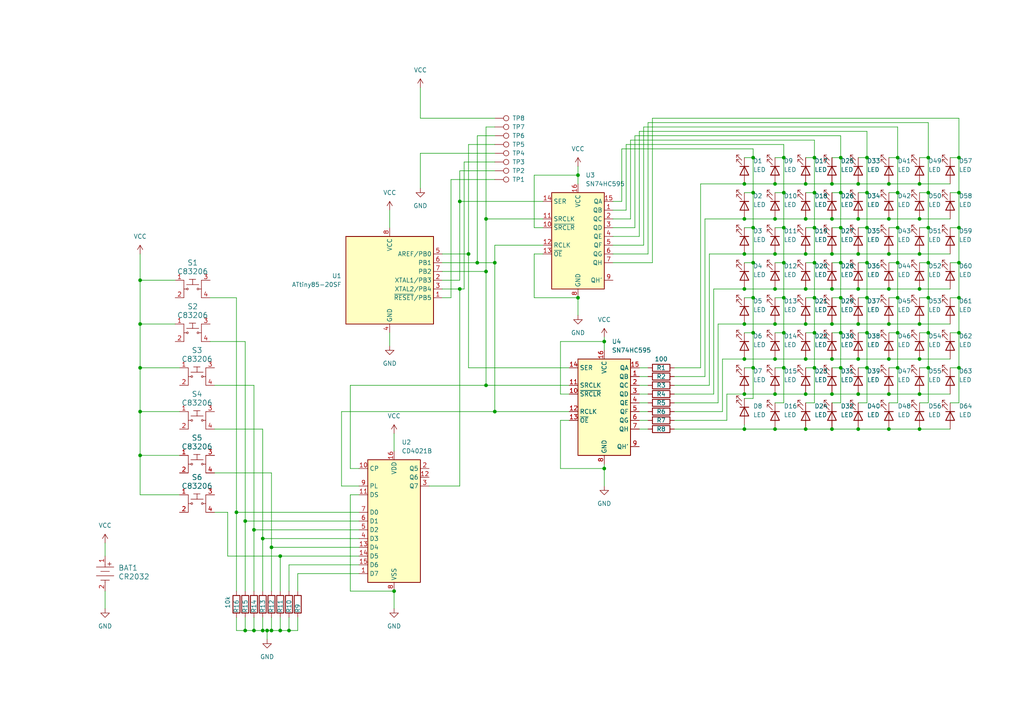
<source format=kicad_sch>
(kicad_sch (version 20250114) (generator "eeschema") (generator_version "9.0")
  (paper "A4")
  (title_block (title "Badge Prototype") (rev "005"))
  (junction (at 233.68 83.82))
  (junction (at 233.68 124.46))
  (junction (at 78.74 182.88))
  (junction (at 77.47 182.88))
  (junction (at 218.44 86.36))
  (junction (at 140.97 111.76))
  (junction (at 143.51 76.2))
  (junction (at 278.13 45.72))
  (junction (at 248.92 104.14))
  (junction (at 257.81 124.46))
  (junction (at 266.7 124.46))
  (junction (at 76.2 182.88))
  (junction (at 227.33 96.52))
  (junction (at 241.3 114.3))
  (junction (at 236.22 86.36))
  (junction (at 218.44 106.68))
  (junction (at 218.44 76.2))
  (junction (at 140.97 78.74))
  (junction (at 175.26 135.89))
  (junction (at 133.35 58.42))
  (junction (at 269.24 76.2))
  (junction (at 260.35 106.68))
  (junction (at 266.7 104.14))
  (junction (at 243.84 86.36))
  (junction (at 227.33 45.72))
  (junction (at 243.84 96.52))
  (junction (at 241.3 93.98))
  (junction (at 76.2 156.21))
  (junction (at 266.7 83.82))
  (junction (at 257.81 53.34))
  (junction (at 78.74 158.75))
  (junction (at 248.92 124.46))
  (junction (at 215.9 114.3))
  (junction (at 227.33 86.36))
  (junction (at 224.79 63.5))
  (junction (at 133.35 83.82))
  (junction (at 278.13 66.04))
  (junction (at 243.84 66.04))
  (junction (at 233.68 53.34))
  (junction (at 236.22 66.04))
  (junction (at 114.3 171.45))
  (junction (at 248.92 93.98))
  (junction (at 248.92 63.5))
  (junction (at 243.84 45.72))
  (junction (at 227.33 66.04))
  (junction (at 278.13 86.36))
  (junction (at 278.13 55.88))
  (junction (at 40.64 132.08))
  (junction (at 236.22 55.88))
  (junction (at 175.26 99.06))
  (junction (at 71.12 182.88))
  (junction (at 248.92 114.3))
  (junction (at 260.35 76.2))
  (junction (at 269.24 106.68))
  (junction (at 236.22 106.68))
  (junction (at 251.46 45.72))
  (junction (at 224.79 124.46))
  (junction (at 269.24 66.04))
  (junction (at 215.9 93.98))
  (junction (at 236.22 45.72))
  (junction (at 257.81 83.82))
  (junction (at 135.89 73.66))
  (junction (at 68.58 148.59))
  (junction (at 138.43 76.2))
  (junction (at 224.79 93.98))
  (junction (at 269.24 96.52))
  (junction (at 218.44 66.04))
  (junction (at 269.24 45.72))
  (junction (at 243.84 106.68))
  (junction (at 224.79 104.14))
  (junction (at 269.24 86.36))
  (junction (at 83.82 182.88))
  (junction (at 40.64 93.98))
  (junction (at 215.9 73.66))
  (junction (at 233.68 104.14))
  (junction (at 243.84 76.2))
  (junction (at 241.3 104.14))
  (junction (at 266.7 63.5))
  (junction (at 260.35 55.88))
  (junction (at 248.92 53.34))
  (junction (at 236.22 76.2))
  (junction (at 241.3 73.66))
  (junction (at 71.12 151.13))
  (junction (at 233.68 114.3))
  (junction (at 266.7 73.66))
  (junction (at 224.79 114.3))
  (junction (at 167.64 86.36))
  (junction (at 260.35 96.52))
  (junction (at 251.46 55.88))
  (junction (at 241.3 124.46))
  (junction (at 40.64 119.38))
  (junction (at 40.64 81.28))
  (junction (at 236.22 96.52))
  (junction (at 215.9 124.46))
  (junction (at 81.28 161.29))
  (junction (at 218.44 96.52))
  (junction (at 251.46 96.52))
  (junction (at 143.51 119.38))
  (junction (at 233.68 63.5))
  (junction (at 248.92 73.66))
  (junction (at 227.33 106.68))
  (junction (at 224.79 83.82))
  (junction (at 251.46 66.04))
  (junction (at 260.35 45.72))
  (junction (at 233.68 93.98))
  (junction (at 40.64 106.68))
  (junction (at 257.81 93.98))
  (junction (at 233.68 73.66))
  (junction (at 241.3 83.82))
  (junction (at 218.44 55.88))
  (junction (at 269.24 55.88))
  (junction (at 257.81 114.3))
  (junction (at 266.7 53.34))
  (junction (at 81.28 182.88))
  (junction (at 260.35 86.36))
  (junction (at 215.9 53.34))
  (junction (at 257.81 73.66))
  (junction (at 266.7 114.3))
  (junction (at 140.97 63.5))
  (junction (at 241.3 63.5))
  (junction (at 215.9 83.82))
  (junction (at 278.13 76.2))
  (junction (at 73.66 153.67))
  (junction (at 251.46 76.2))
  (junction (at 257.81 104.14))
  (junction (at 227.33 76.2))
  (junction (at 167.64 50.8))
  (junction (at 241.3 53.34))
  (junction (at 224.79 53.34))
  (junction (at 215.9 104.14))
  (junction (at 251.46 86.36))
  (junction (at 278.13 106.68))
  (junction (at 243.84 55.88))
  (junction (at 218.44 45.72))
  (junction (at 215.9 63.5))
  (junction (at 251.46 106.68))
  (junction (at 227.33 55.88))
  (junction (at 73.66 182.88))
  (junction (at 224.79 73.66))
  (junction (at 278.13 96.52))
  (junction (at 266.7 93.98))
  (junction (at 257.81 63.5))
  (junction (at 260.35 66.04))
  (junction (at 248.92 83.82))
  (wire (pts (xy 62.23 111.76) (xy 73.66 111.76)))
  (wire (pts (xy 241.3 55.88) (xy 243.84 55.88)))
  (wire (pts (xy 133.35 58.42) (xy 157.48 58.42)))
  (wire (pts (xy 233.68 63.5) (xy 241.3 63.5)))
  (wire (pts (xy 73.66 179.07) (xy 73.66 182.88)))
  (wire (pts (xy 157.48 71.12) (xy 143.51 71.12)))
  (wire (pts (xy 218.44 45.72) (xy 215.9 45.72)))
  (wire (pts (xy 40.64 81.28) (xy 50.8 81.28)))
  (wire (pts (xy 236.22 116.84) (xy 236.22 106.68)))
  (wire (pts (xy 227.33 86.36) (xy 227.33 76.2)))
  (wire (pts (xy 195.58 121.92) (xy 210.82 121.92)))
  (wire (pts (xy 236.22 76.2) (xy 236.22 66.04)))
  (wire (pts (xy 236.22 45.72) (xy 233.68 45.72)))
  (wire (pts (xy 138.43 76.2) (xy 143.51 76.2)))
  (wire (pts (xy 128.27 73.66) (xy 135.89 73.66)))
  (wire (pts (xy 177.8 66.04) (xy 184.15 66.04)))
  (wire (pts (xy 185.42 121.92) (xy 187.96 121.92)))
  (wire (pts (xy 224.79 93.98) (xy 233.68 93.98)))
  (wire (pts (xy 260.35 86.36) (xy 260.35 76.2)))
  (wire (pts (xy 195.58 114.3) (xy 207.01 114.3)))
  (wire (pts (xy 275.59 106.68) (xy 278.13 106.68)))
  (wire (pts (xy 133.35 83.82) (xy 128.27 83.82)))
  (wire (pts (xy 114.3 125.73) (xy 114.3 130.81)))
  (wire (pts (xy 180.34 43.18) (xy 218.44 43.18)))
  (wire (pts (xy 248.92 63.5) (xy 257.81 63.5)))
  (wire (pts (xy 143.51 71.12) (xy 143.51 76.2)))
  (wire (pts (xy 187.96 35.56) (xy 269.24 35.56)))
  (wire (pts (xy 143.51 41.91) (xy 135.89 41.91)))
  (wire (pts (xy 266.7 83.82) (xy 275.59 83.82)))
  (wire (pts (xy 260.35 36.83) (xy 260.35 45.72)))
  (wire (pts (xy 130.81 86.36) (xy 130.81 52.07)))
  (wire (pts (xy 138.43 39.37) (xy 138.43 76.2)))
  (wire (pts (xy 203.2 53.34) (xy 215.9 53.34)))
  (wire (pts (xy 78.74 158.75) (xy 78.74 171.45)))
  (wire (pts (xy 99.06 140.97) (xy 99.06 119.38)))
  (wire (pts (xy 260.35 106.68) (xy 260.35 96.52)))
  (wire (pts (xy 185.42 111.76) (xy 187.96 111.76)))
  (wire (pts (xy 224.79 55.88) (xy 227.33 55.88)))
  (wire (pts (xy 185.42 38.1) (xy 251.46 38.1)))
  (wire (pts (xy 73.66 182.88) (xy 76.2 182.88)))
  (wire (pts (xy 185.42 124.46) (xy 187.96 124.46)))
  (wire (pts (xy 260.35 96.52) (xy 260.35 86.36)))
  (wire (pts (xy 157.48 63.5) (xy 140.97 63.5)))
  (wire (pts (xy 269.24 86.36) (xy 269.24 76.2)))
  (wire (pts (xy 224.79 73.66) (xy 233.68 73.66)))
  (wire (pts (xy 76.2 156.21) (xy 76.2 171.45)))
  (wire (pts (xy 104.14 135.89) (xy 101.6 135.89)))
  (wire (pts (xy 40.64 81.28) (xy 40.64 93.98)))
  (wire (pts (xy 68.58 148.59) (xy 68.58 171.45)))
  (wire (pts (xy 189.23 34.29) (xy 278.13 34.29)))
  (wire (pts (xy 248.92 93.98) (xy 257.81 93.98)))
  (wire (pts (xy 224.79 106.68) (xy 227.33 106.68)))
  (wire (pts (xy 209.55 119.38) (xy 209.55 104.14)))
  (wire (pts (xy 101.6 111.76) (xy 140.97 111.76)))
  (wire (pts (xy 40.64 106.68) (xy 40.64 119.38)))
  (wire (pts (xy 195.58 109.22) (xy 204.47 109.22)))
  (wire (pts (xy 175.26 134.62) (xy 175.26 135.89)))
  (wire (pts (xy 121.92 34.29) (xy 121.92 25.4)))
  (wire (pts (xy 76.2 124.46) (xy 76.2 156.21)))
  (wire (pts (xy 208.28 116.84) (xy 208.28 93.98)))
  (wire (pts (xy 76.2 179.07) (xy 76.2 182.88)))
  (wire (pts (xy 77.47 182.88) (xy 77.47 185.42)))
  (wire (pts (xy 269.24 76.2) (xy 269.24 66.04)))
  (wire (pts (xy 215.9 124.46) (xy 224.79 124.46)))
  (wire (pts (xy 185.42 68.58) (xy 185.42 38.1)))
  (wire (pts (xy 181.61 41.91) (xy 227.33 41.91)))
  (wire (pts (xy 167.64 48.26) (xy 167.64 50.8)))
  (wire (pts (xy 133.35 81.28) (xy 133.35 58.42)))
  (wire (pts (xy 269.24 45.72) (xy 266.7 45.72)))
  (wire (pts (xy 243.84 106.68) (xy 243.84 96.52)))
  (wire (pts (xy 269.24 106.68) (xy 269.24 96.52)))
  (wire (pts (xy 269.24 35.56) (xy 269.24 45.72)))
  (wire (pts (xy 257.81 86.36) (xy 260.35 86.36)))
  (wire (pts (xy 275.59 76.2) (xy 278.13 76.2)))
  (wire (pts (xy 128.27 86.36) (xy 130.81 86.36)))
  (wire (pts (xy 83.82 163.83) (xy 83.82 171.45)))
  (wire (pts (xy 128.27 81.28) (xy 133.35 81.28)))
  (wire (pts (xy 101.6 143.51) (xy 101.6 171.45)))
  (wire (pts (xy 78.74 182.88) (xy 81.28 182.88)))
  (wire (pts (xy 257.81 124.46) (xy 266.7 124.46)))
  (wire (pts (xy 184.15 66.04) (xy 184.15 39.37)))
  (wire (pts (xy 251.46 55.88) (xy 251.46 45.72)))
  (wire (pts (xy 40.64 119.38) (xy 40.64 132.08)))
  (wire (pts (xy 78.74 179.07) (xy 78.74 182.88)))
  (wire (pts (xy 99.06 119.38) (xy 143.51 119.38)))
  (wire (pts (xy 104.14 140.97) (xy 99.06 140.97)))
  (wire (pts (xy 203.2 106.68) (xy 203.2 53.34)))
  (wire (pts (xy 185.42 119.38) (xy 187.96 119.38)))
  (wire (pts (xy 233.68 55.88) (xy 236.22 55.88)))
  (wire (pts (xy 140.97 111.76) (xy 165.1 111.76)))
  (wire (pts (xy 177.8 58.42) (xy 180.34 58.42)))
  (wire (pts (xy 215.9 106.68) (xy 218.44 106.68)))
  (wire (pts (xy 243.84 76.2) (xy 243.84 66.04)))
  (wire (pts (xy 205.74 111.76) (xy 205.74 73.66)))
  (wire (pts (xy 269.24 96.52) (xy 269.24 86.36)))
  (wire (pts (xy 207.01 83.82) (xy 215.9 83.82)))
  (wire (pts (xy 143.51 39.37) (xy 138.43 39.37)))
  (wire (pts (xy 140.97 63.5) (xy 140.97 78.74)))
  (wire (pts (xy 278.13 45.72) (xy 275.59 45.72)))
  (wire (pts (xy 248.92 83.82) (xy 257.81 83.82)))
  (wire (pts (xy 215.9 124.46) (xy 215.9 123.19)))
  (wire (pts (xy 143.51 49.53) (xy 133.35 49.53)))
  (wire (pts (xy 218.44 96.52) (xy 218.44 86.36)))
  (wire (pts (xy 241.3 53.34) (xy 248.92 53.34)))
  (wire (pts (xy 266.7 96.52) (xy 269.24 96.52)))
  (wire (pts (xy 278.13 34.29) (xy 278.13 45.72)))
  (wire (pts (xy 243.84 45.72) (xy 241.3 45.72)))
  (wire (pts (xy 278.13 55.88) (xy 278.13 45.72)))
  (wire (pts (xy 175.26 135.89) (xy 175.26 140.97)))
  (wire (pts (xy 241.3 83.82) (xy 248.92 83.82)))
  (wire (pts (xy 224.79 114.3) (xy 233.68 114.3)))
  (wire (pts (xy 218.44 66.04) (xy 218.44 55.88)))
  (wire (pts (xy 266.7 116.84) (xy 269.24 116.84)))
  (wire (pts (xy 81.28 161.29) (xy 81.28 171.45)))
  (wire (pts (xy 71.12 151.13) (xy 104.14 151.13)))
  (wire (pts (xy 236.22 66.04) (xy 236.22 55.88)))
  (wire (pts (xy 266.7 104.14) (xy 275.59 104.14)))
  (wire (pts (xy 257.81 104.14) (xy 266.7 104.14)))
  (wire (pts (xy 186.69 36.83) (xy 260.35 36.83)))
  (wire (pts (xy 83.82 179.07) (xy 83.82 182.88)))
  (wire (pts (xy 248.92 53.34) (xy 257.81 53.34)))
  (wire (pts (xy 257.81 83.82) (xy 266.7 83.82)))
  (wire (pts (xy 266.7 73.66) (xy 275.59 73.66)))
  (wire (pts (xy 243.84 66.04) (xy 243.84 55.88)))
  (wire (pts (xy 251.46 116.84) (xy 251.46 106.68)))
  (wire (pts (xy 241.3 63.5) (xy 248.92 63.5)))
  (wire (pts (xy 248.92 86.36) (xy 251.46 86.36)))
  (wire (pts (xy 278.13 66.04) (xy 278.13 55.88)))
  (wire (pts (xy 78.74 137.16) (xy 78.74 158.75)))
  (wire (pts (xy 215.9 66.04) (xy 218.44 66.04)))
  (wire (pts (xy 241.3 116.84) (xy 243.84 116.84)))
  (wire (pts (xy 76.2 182.88) (xy 77.47 182.88)))
  (wire (pts (xy 195.58 124.46) (xy 215.9 124.46)))
  (wire (pts (xy 30.48 157.48) (xy 30.48 161.29)))
  (wire (pts (xy 236.22 55.88) (xy 236.22 45.72)))
  (wire (pts (xy 157.48 66.04) (xy 154.94 66.04)))
  (wire (pts (xy 248.92 106.68) (xy 251.46 106.68)))
  (wire (pts (xy 233.68 53.34) (xy 241.3 53.34)))
  (wire (pts (xy 215.9 114.3) (xy 224.79 114.3)))
  (wire (pts (xy 195.58 119.38) (xy 209.55 119.38)))
  (wire (pts (xy 224.79 104.14) (xy 233.68 104.14)))
  (wire (pts (xy 71.12 151.13) (xy 71.12 171.45)))
  (wire (pts (xy 215.9 63.5) (xy 224.79 63.5)))
  (wire (pts (xy 134.62 46.99) (xy 134.62 83.82)))
  (wire (pts (xy 257.81 93.98) (xy 266.7 93.98)))
  (wire (pts (xy 251.46 76.2) (xy 251.46 66.04)))
  (wire (pts (xy 128.27 76.2) (xy 138.43 76.2)))
  (wire (pts (xy 165.1 114.3) (xy 162.56 114.3)))
  (wire (pts (xy 68.58 86.36) (xy 68.58 148.59)))
  (wire (pts (xy 215.9 76.2) (xy 218.44 76.2)))
  (wire (pts (xy 175.26 97.79) (xy 175.26 99.06)))
  (wire (pts (xy 185.42 114.3) (xy 187.96 114.3)))
  (wire (pts (xy 208.28 93.98) (xy 215.9 93.98)))
  (wire (pts (xy 76.2 156.21) (xy 104.14 156.21)))
  (wire (pts (xy 81.28 182.88) (xy 83.82 182.88)))
  (wire (pts (xy 68.58 182.88) (xy 71.12 182.88)))
  (wire (pts (xy 233.68 96.52) (xy 236.22 96.52)))
  (wire (pts (xy 266.7 106.68) (xy 269.24 106.68)))
  (wire (pts (xy 113.03 60.96) (xy 113.03 66.04)))
  (wire (pts (xy 30.48 171.45) (xy 30.48 176.53)))
  (wire (pts (xy 189.23 76.2) (xy 189.23 34.29)))
  (wire (pts (xy 224.79 86.36) (xy 227.33 86.36)))
  (wire (pts (xy 278.13 76.2) (xy 278.13 66.04)))
  (wire (pts (xy 275.59 116.84) (xy 278.13 116.84)))
  (wire (pts (xy 124.46 140.97) (xy 133.35 140.97)))
  (wire (pts (xy 233.68 86.36) (xy 236.22 86.36)))
  (wire (pts (xy 260.35 66.04) (xy 260.35 55.88)))
  (wire (pts (xy 71.12 182.88) (xy 73.66 182.88)))
  (wire (pts (xy 227.33 66.04) (xy 227.33 55.88)))
  (wire (pts (xy 73.66 153.67) (xy 73.66 171.45)))
  (wire (pts (xy 140.97 111.76) (xy 140.97 78.74)))
  (wire (pts (xy 233.68 106.68) (xy 236.22 106.68)))
  (wire (pts (xy 210.82 114.3) (xy 215.9 114.3)))
  (wire (pts (xy 121.92 44.45) (xy 121.92 54.61)))
  (wire (pts (xy 218.44 76.2) (xy 218.44 66.04)))
  (wire (pts (xy 143.51 76.2) (xy 143.51 119.38)))
  (wire (pts (xy 135.89 106.68) (xy 165.1 106.68)))
  (wire (pts (xy 130.81 52.07) (xy 143.51 52.07)))
  (wire (pts (xy 154.94 66.04) (xy 154.94 50.8)))
  (wire (pts (xy 266.7 55.88) (xy 269.24 55.88)))
  (wire (pts (xy 215.9 115.57) (xy 218.44 115.57)))
  (wire (pts (xy 260.35 55.88) (xy 260.35 45.72)))
  (wire (pts (xy 224.79 53.34) (xy 233.68 53.34)))
  (wire (pts (xy 81.28 179.07) (xy 81.28 182.88)))
  (wire (pts (xy 266.7 63.5) (xy 275.59 63.5)))
  (wire (pts (xy 185.42 106.68) (xy 187.96 106.68)))
  (wire (pts (xy 241.3 66.04) (xy 243.84 66.04)))
  (wire (pts (xy 241.3 96.52) (xy 243.84 96.52)))
  (wire (pts (xy 227.33 106.68) (xy 227.33 96.52)))
  (wire (pts (xy 269.24 66.04) (xy 269.24 55.88)))
  (wire (pts (xy 248.92 124.46) (xy 257.81 124.46)))
  (wire (pts (xy 143.51 36.83) (xy 140.97 36.83)))
  (wire (pts (xy 233.68 66.04) (xy 236.22 66.04)))
  (wire (pts (xy 66.04 161.29) (xy 81.28 161.29)))
  (wire (pts (xy 257.81 53.34) (xy 266.7 53.34)))
  (wire (pts (xy 215.9 53.34) (xy 224.79 53.34)))
  (wire (pts (xy 162.56 114.3) (xy 162.56 99.06)))
  (wire (pts (xy 243.84 96.52) (xy 243.84 86.36)))
  (wire (pts (xy 177.8 68.58) (xy 185.42 68.58)))
  (wire (pts (xy 60.96 99.06) (xy 71.12 99.06)))
  (wire (pts (xy 233.68 83.82) (xy 241.3 83.82)))
  (wire (pts (xy 182.88 40.64) (xy 236.22 40.64)))
  (wire (pts (xy 257.81 55.88) (xy 260.35 55.88)))
  (wire (pts (xy 66.04 148.59) (xy 66.04 161.29)))
  (wire (pts (xy 143.51 46.99) (xy 134.62 46.99)))
  (wire (pts (xy 162.56 99.06) (xy 175.26 99.06)))
  (wire (pts (xy 175.26 99.06) (xy 175.26 101.6)))
  (wire (pts (xy 195.58 106.68) (xy 203.2 106.68)))
  (wire (pts (xy 257.81 114.3) (xy 266.7 114.3)))
  (wire (pts (xy 233.68 116.84) (xy 236.22 116.84)))
  (wire (pts (xy 185.42 109.22) (xy 187.96 109.22)))
  (wire (pts (xy 251.46 96.52) (xy 251.46 86.36)))
  (wire (pts (xy 248.92 73.66) (xy 257.81 73.66)))
  (wire (pts (xy 180.34 58.42) (xy 180.34 43.18)))
  (wire (pts (xy 167.64 50.8) (xy 167.64 53.34)))
  (wire (pts (xy 133.35 140.97) (xy 133.35 83.82)))
  (wire (pts (xy 162.56 121.92) (xy 165.1 121.92)))
  (wire (pts (xy 278.13 106.68) (xy 278.13 96.52)))
  (wire (pts (xy 251.46 86.36) (xy 251.46 76.2)))
  (wire (pts (xy 248.92 96.52) (xy 251.46 96.52)))
  (wire (pts (xy 227.33 96.52) (xy 227.33 86.36)))
  (wire (pts (xy 248.92 104.14) (xy 257.81 104.14)))
  (wire (pts (xy 165.1 119.38) (xy 143.51 119.38)))
  (wire (pts (xy 195.58 111.76) (xy 205.74 111.76)))
  (wire (pts (xy 40.64 106.68) (xy 52.07 106.68)))
  (wire (pts (xy 257.81 96.52) (xy 260.35 96.52)))
  (wire (pts (xy 224.79 83.82) (xy 233.68 83.82)))
  (wire (pts (xy 278.13 86.36) (xy 278.13 76.2)))
  (wire (pts (xy 251.46 106.68) (xy 251.46 96.52)))
  (wire (pts (xy 236.22 40.64) (xy 236.22 45.72)))
  (wire (pts (xy 266.7 76.2) (xy 269.24 76.2)))
  (wire (pts (xy 266.7 124.46) (xy 275.59 124.46)))
  (wire (pts (xy 241.3 76.2) (xy 243.84 76.2)))
  (wire (pts (xy 181.61 60.96) (xy 181.61 41.91)))
  (wire (pts (xy 275.59 86.36) (xy 278.13 86.36)))
  (wire (pts (xy 278.13 96.52) (xy 278.13 86.36)))
  (wire (pts (xy 248.92 55.88) (xy 251.46 55.88)))
  (wire (pts (xy 266.7 93.98) (xy 275.59 93.98)))
  (wire (pts (xy 86.36 179.07) (xy 86.36 182.88)))
  (wire (pts (xy 227.33 41.91) (xy 227.33 45.72)))
  (wire (pts (xy 209.55 104.14) (xy 215.9 104.14)))
  (wire (pts (xy 128.27 78.74) (xy 140.97 78.74)))
  (wire (pts (xy 275.59 55.88) (xy 278.13 55.88)))
  (wire (pts (xy 260.35 45.72) (xy 257.81 45.72)))
  (wire (pts (xy 227.33 55.88) (xy 227.33 45.72)))
  (wire (pts (xy 251.46 45.72) (xy 248.92 45.72)))
  (wire (pts (xy 195.58 116.84) (xy 208.28 116.84)))
  (wire (pts (xy 236.22 106.68) (xy 236.22 96.52)))
  (wire (pts (xy 266.7 66.04) (xy 269.24 66.04)))
  (wire (pts (xy 113.03 96.52) (xy 113.03 100.33)))
  (wire (pts (xy 233.68 73.66) (xy 241.3 73.66)))
  (wire (pts (xy 187.96 73.66) (xy 187.96 35.56)))
  (wire (pts (xy 186.69 71.12) (xy 186.69 36.83)))
  (wire (pts (xy 62.23 148.59) (xy 66.04 148.59)))
  (wire (pts (xy 68.58 179.07) (xy 68.58 182.88)))
  (wire (pts (xy 71.12 99.06) (xy 71.12 151.13)))
  (wire (pts (xy 101.6 171.45) (xy 114.3 171.45)))
  (wire (pts (xy 215.9 96.52) (xy 218.44 96.52)))
  (wire (pts (xy 215.9 86.36) (xy 218.44 86.36)))
  (wire (pts (xy 257.81 106.68) (xy 260.35 106.68)))
  (wire (pts (xy 68.58 148.59) (xy 104.14 148.59)))
  (wire (pts (xy 224.79 76.2) (xy 227.33 76.2)))
  (wire (pts (xy 257.81 116.84) (xy 260.35 116.84)))
  (wire (pts (xy 269.24 55.88) (xy 269.24 45.72)))
  (wire (pts (xy 135.89 73.66) (xy 135.89 106.68)))
  (wire (pts (xy 275.59 96.52) (xy 278.13 96.52)))
  (wire (pts (xy 114.3 171.45) (xy 114.3 176.53)))
  (wire (pts (xy 248.92 66.04) (xy 251.46 66.04)))
  (wire (pts (xy 104.14 143.51) (xy 101.6 143.51)))
  (wire (pts (xy 81.28 161.29) (xy 104.14 161.29)))
  (wire (pts (xy 241.3 93.98) (xy 248.92 93.98)))
  (wire (pts (xy 143.51 34.29) (xy 121.92 34.29)))
  (wire (pts (xy 233.68 104.14) (xy 241.3 104.14)))
  (wire (pts (xy 227.33 76.2) (xy 227.33 66.04)))
  (wire (pts (xy 86.36 166.37) (xy 86.36 171.45)))
  (wire (pts (xy 104.14 163.83) (xy 83.82 163.83)))
  (wire (pts (xy 215.9 55.88) (xy 218.44 55.88)))
  (wire (pts (xy 104.14 166.37) (xy 86.36 166.37)))
  (wire (pts (xy 77.47 182.88) (xy 78.74 182.88)))
  (wire (pts (xy 215.9 83.82) (xy 224.79 83.82)))
  (wire (pts (xy 257.81 66.04) (xy 260.35 66.04)))
  (wire (pts (xy 40.64 93.98) (xy 40.64 106.68)))
  (wire (pts (xy 154.94 73.66) (xy 154.94 86.36)))
  (wire (pts (xy 40.64 119.38) (xy 52.07 119.38)))
  (wire (pts (xy 233.68 124.46) (xy 241.3 124.46)))
  (wire (pts (xy 241.3 73.66) (xy 248.92 73.66)))
  (wire (pts (xy 60.96 86.36) (xy 68.58 86.36)))
  (wire (pts (xy 257.81 63.5) (xy 266.7 63.5)))
  (wire (pts (xy 275.59 66.04) (xy 278.13 66.04)))
  (wire (pts (xy 266.7 53.34) (xy 275.59 53.34)))
  (wire (pts (xy 227.33 45.72) (xy 224.79 45.72)))
  (wire (pts (xy 133.35 49.53) (xy 133.35 58.42)))
  (wire (pts (xy 71.12 179.07) (xy 71.12 182.88)))
  (wire (pts (xy 243.84 116.84) (xy 243.84 106.68)))
  (wire (pts (xy 162.56 121.92) (xy 162.56 135.89)))
  (wire (pts (xy 257.81 73.66) (xy 266.7 73.66)))
  (wire (pts (xy 204.47 109.22) (xy 204.47 63.5)))
  (wire (pts (xy 224.79 66.04) (xy 227.33 66.04)))
  (wire (pts (xy 266.7 86.36) (xy 269.24 86.36)))
  (wire (pts (xy 215.9 104.14) (xy 224.79 104.14)))
  (wire (pts (xy 224.79 116.84) (xy 227.33 116.84)))
  (wire (pts (xy 260.35 116.84) (xy 260.35 106.68)))
  (wire (pts (xy 182.88 63.5) (xy 182.88 40.64)))
  (wire (pts (xy 236.22 96.52) (xy 236.22 86.36)))
  (wire (pts (xy 233.68 76.2) (xy 236.22 76.2)))
  (wire (pts (xy 73.66 153.67) (xy 104.14 153.67)))
  (wire (pts (xy 218.44 106.68) (xy 218.44 96.52)))
  (wire (pts (xy 177.8 63.5) (xy 182.88 63.5)))
  (wire (pts (xy 162.56 135.89) (xy 175.26 135.89)))
  (wire (pts (xy 210.82 121.92) (xy 210.82 114.3)))
  (wire (pts (xy 177.8 76.2) (xy 189.23 76.2)))
  (wire (pts (xy 40.64 132.08) (xy 52.07 132.08)))
  (wire (pts (xy 227.33 116.84) (xy 227.33 106.68)))
  (wire (pts (xy 248.92 116.84) (xy 251.46 116.84)))
  (wire (pts (xy 207.01 114.3) (xy 207.01 83.82)))
  (wire (pts (xy 251.46 66.04) (xy 251.46 55.88)))
  (wire (pts (xy 154.94 86.36) (xy 167.64 86.36)))
  (wire (pts (xy 224.79 96.52) (xy 227.33 96.52)))
  (wire (pts (xy 135.89 41.91) (xy 135.89 73.66)))
  (wire (pts (xy 140.97 36.83) (xy 140.97 63.5)))
  (wire (pts (xy 154.94 50.8) (xy 167.64 50.8)))
  (wire (pts (xy 241.3 104.14) (xy 248.92 104.14)))
  (wire (pts (xy 251.46 38.1) (xy 251.46 45.72)))
  (wire (pts (xy 243.84 39.37) (xy 243.84 45.72)))
  (wire (pts (xy 218.44 55.88) (xy 218.44 45.72)))
  (wire (pts (xy 257.81 76.2) (xy 260.35 76.2)))
  (wire (pts (xy 241.3 106.68) (xy 243.84 106.68)))
  (wire (pts (xy 218.44 43.18) (xy 218.44 45.72)))
  (wire (pts (xy 278.13 116.84) (xy 278.13 106.68)))
  (wire (pts (xy 62.23 137.16) (xy 78.74 137.16)))
  (wire (pts (xy 233.68 114.3) (xy 241.3 114.3)))
  (wire (pts (xy 154.94 73.66) (xy 157.48 73.66)))
  (wire (pts (xy 83.82 182.88) (xy 86.36 182.88)))
  (wire (pts (xy 218.44 86.36) (xy 218.44 76.2)))
  (wire (pts (xy 133.35 83.82) (xy 134.62 83.82)))
  (wire (pts (xy 167.64 86.36) (xy 167.64 91.44)))
  (wire (pts (xy 40.64 73.66) (xy 40.64 81.28)))
  (wire (pts (xy 205.74 73.66) (xy 215.9 73.66)))
  (wire (pts (xy 241.3 114.3) (xy 248.92 114.3)))
  (wire (pts (xy 73.66 111.76) (xy 73.66 153.67)))
  (wire (pts (xy 40.64 132.08) (xy 40.64 143.51)))
  (wire (pts (xy 260.35 76.2) (xy 260.35 66.04)))
  (wire (pts (xy 177.8 71.12) (xy 186.69 71.12)))
  (wire (pts (xy 218.44 115.57) (xy 218.44 106.68)))
  (wire (pts (xy 266.7 114.3) (xy 275.59 114.3)))
  (wire (pts (xy 215.9 93.98) (xy 224.79 93.98)))
  (wire (pts (xy 184.15 39.37) (xy 243.84 39.37)))
  (wire (pts (xy 185.42 116.84) (xy 187.96 116.84)))
  (wire (pts (xy 241.3 124.46) (xy 248.92 124.46)))
  (wire (pts (xy 248.92 76.2) (xy 251.46 76.2)))
  (wire (pts (xy 243.84 55.88) (xy 243.84 45.72)))
  (wire (pts (xy 243.84 86.36) (xy 243.84 76.2)))
  (wire (pts (xy 78.74 158.75) (xy 104.14 158.75)))
  (wire (pts (xy 233.68 93.98) (xy 241.3 93.98)))
  (wire (pts (xy 40.64 93.98) (xy 50.8 93.98)))
  (wire (pts (xy 215.9 73.66) (xy 224.79 73.66)))
  (wire (pts (xy 236.22 86.36) (xy 236.22 76.2)))
  (wire (pts (xy 241.3 86.36) (xy 243.84 86.36)))
  (wire (pts (xy 177.8 73.66) (xy 187.96 73.66)))
  (wire (pts (xy 101.6 135.89) (xy 101.6 111.76)))
  (wire (pts (xy 224.79 63.5) (xy 233.68 63.5)))
  (wire (pts (xy 62.23 124.46) (xy 76.2 124.46)))
  (wire (pts (xy 204.47 63.5) (xy 215.9 63.5)))
  (wire (pts (xy 248.92 114.3) (xy 257.81 114.3)))
  (wire (pts (xy 143.51 44.45) (xy 121.92 44.45)))
  (wire (pts (xy 40.64 143.51) (xy 52.07 143.51)))
  (wire (pts (xy 177.8 60.96) (xy 181.61 60.96)))
  (wire (pts (xy 269.24 116.84) (xy 269.24 106.68)))
  (wire (pts (xy 224.79 124.46) (xy 233.68 124.46)))
  (symbol (lib_id "Device:LED") (at 233.68 80.01 270) (unit 1)
    (property "Reference" "D20" (at 236.22 77.1524 90) (effects (justify left)))
    (property "Value" "LED" (at 236.22 79.6924 90) (effects (justify left)))
    (property "Footprint" "LED_SMD:LED_1206_3216Metric_Pad1.42x1.75mm_HandSolder" (effects (hide yes)))
    (property "Description" "Light emitting diode" (effects (hide yes)))
  )
  (symbol (lib_id "Device:LED") (at 266.7 59.69 270) (unit 1)
    (property "Reference" "D50" (at 269.24 56.8324 90) (effects (justify left)))
    (property "Value" "LED" (at 269.24 59.3724 90) (effects (justify left)))
    (property "Footprint" "LED_SMD:LED_1206_3216Metric_Pad1.42x1.75mm_HandSolder" (effects (hide yes)))
    (property "Description" "Light emitting diode" (effects (hide yes)))
  )
  (symbol (lib_id "Device:LED") (at 241.3 120.65 270) (unit 1)
    (property "Reference" "D32" (at 243.84 117.7924 90) (effects (justify left)))
    (property "Value" "LED" (at 243.84 120.3324 90) (effects (justify left)))
    (property "Footprint" "LED_SMD:LED_1206_3216Metric_Pad1.42x1.75mm_HandSolder" (effects (hide yes)))
    (property "Description" "Light emitting diode" (effects (hide yes)))
  )
  (symbol (lib_id "Device:LED") (at 275.59 110.49 270) (unit 1)
    (property "Reference" "D63" (at 278.13 107.6324 90) (effects (justify left)))
    (property "Value" "LED" (at 278.13 110.1724 90) (effects (justify left)))
    (property "Footprint" "LED_SMD:LED_1206_3216Metric_Pad1.42x1.75mm_HandSolder" (effects (hide yes)))
    (property "Description" "Light emitting diode" (effects (hide yes)))
  )
  (symbol (lib_id "Connector:TestPoint") (at 143.51 49.53 270) (unit 1)
    (property "Reference" "TP2" (at 148.59 49.53 90) (effects (justify left)))
    (property "Value" "TestPoint" (effects (hide yes)))
    (property "Footprint" "TestPoint:TestPoint_THTPad_D1.5mm_Drill0.7mm" (effects (hide yes)))
  )
  (symbol (lib_id "Device:LED") (at 248.92 49.53 270) (unit 1)
    (property "Reference" "D33" (at 251.46 46.6724 90) (effects (justify left)))
    (property "Value" "LED" (at 251.46 49.2124 90) (effects (justify left)))
    (property "Footprint" "LED_SMD:LED_1206_3216Metric_Pad1.42x1.75mm_HandSolder" (effects (hide yes)))
    (property "Description" "Light emitting diode" (effects (hide yes)))
  )
  (symbol (lib_id "dk_Tactile-Switches:TL3315NF160Q") (at 57.15 121.92 0) (unit 1)
    (property "Reference" "S4" (at 57.15 114.3 0) (effects (font (size 1.524 1.524))))
    (property "Value" "C83206" (at 57.15 116.84 0) (effects (font (size 1.524 1.524))))
    (property "Footprint" "Badge-Library:C83206" (effects (hide yes)))
    (property "Datasheet" "https://jlcpcb.com/api/file/downloadByFileSystemAccessId/8588893584246784000" (effects (hide yes)))
    (property "Description" "SWITCH TACTILE SPST-NO 0.05A 15V" (effects (hide yes)))
    (property "Digi-Key_PN" "EG4621CT-ND" (effects (hide yes)))
    (property "MPN" "TL3315NF160Q" (effects (hide yes)))
    (property "Category" "Switches" (effects (hide yes)))
    (property "Family" "Tactile Switches" (effects (hide yes)))
    (property "DK_Datasheet_Link" "http://spec_sheets.e-switch.com/specs/P010337.pdf" (effects (hide yes)))
    (property "DK_Detail_Page" "/product-detail/en/e-switch/TL3315NF160Q/EG4621CT-ND/1870401" (effects (hide yes)))
    (property "Manufacturer" "E-Switch" (effects (hide yes)))
    (property "Status" "Active" (effects (hide yes)))
  )
  (symbol (lib_id "Device:LED") (at 275.59 49.53 270) (unit 1)
    (property "Reference" "D57" (at 278.13 46.6724 90) (effects (justify left)))
    (property "Value" "LED" (at 278.13 49.2124 90) (effects (justify left)))
    (property "Footprint" "LED_SMD:LED_1206_3216Metric_Pad1.42x1.75mm_HandSolder" (effects (hide yes)))
    (property "Description" "Light emitting diode" (effects (hide yes)))
  )
  (symbol (lib_id "Device:LED") (at 241.3 59.69 270) (unit 1)
    (property "Reference" "D26" (at 243.84 56.8324 90) (effects (justify left)))
    (property "Value" "LED" (at 243.84 59.3724 90) (effects (justify left)))
    (property "Footprint" "LED_SMD:LED_1206_3216Metric_Pad1.42x1.75mm_HandSolder" (effects (hide yes)))
    (property "Description" "Light emitting diode" (effects (hide yes)))
  )
  (symbol (lib_id "Device:LED") (at 248.92 110.49 270) (unit 1)
    (property "Reference" "D39" (at 251.46 107.6324 90) (effects (justify left)))
    (property "Value" "LED" (at 251.46 110.1724 90) (effects (justify left)))
    (property "Footprint" "LED_SMD:LED_1206_3216Metric_Pad1.42x1.75mm_HandSolder" (effects (hide yes)))
    (property "Description" "Light emitting diode" (effects (hide yes)))
  )
  (symbol (lib_id "Device:R") (at 191.77 106.68 90) (unit 1)
    (property "Reference" "R1" (at 191.77 106.68 90))
    (property "Value" "100" (at 191.77 104.14 90))
    (property "Footprint" "PCM_JLCPCB:R_0805" (effects (hide yes)))
  )
  (symbol (lib_id "Device:LED") (at 275.59 120.65 270) (unit 1)
    (property "Reference" "D64" (at 278.13 117.7924 90) (effects (justify left)))
    (property "Value" "LED" (at 278.13 120.3324 90) (effects (justify left)))
    (property "Footprint" "LED_SMD:LED_1206_3216Metric_Pad1.42x1.75mm_HandSolder" (effects (hide yes)))
    (property "Description" "Light emitting diode" (effects (hide yes)))
  )
  (symbol (lib_id "Device:LED") (at 266.7 69.85 270) (unit 1)
    (property "Reference" "D51" (at 269.24 66.9924 90) (effects (justify left)))
    (property "Value" "LED" (at 269.24 69.5324 90) (effects (justify left)))
    (property "Footprint" "LED_SMD:LED_1206_3216Metric_Pad1.42x1.75mm_HandSolder" (effects (hide yes)))
    (property "Description" "Light emitting diode" (effects (hide yes)))
  )
  (symbol (lib_id "power:VCC") (at 167.64 48.26 0) (unit 1)
    (property "Reference" "#PWR05" (effects (hide yes)))
    (property "Value" "VCC" (at 167.64 43.18 0))
  )
  (symbol (lib_id "Device:LED") (at 224.79 80.01 270) (unit 1)
    (property "Reference" "D12" (at 227.33 77.1524 90) (effects (justify left)))
    (property "Value" "LED" (at 227.33 79.6924 90) (effects (justify left)))
    (property "Footprint" "LED_SMD:LED_1206_3216Metric_Pad1.42x1.75mm_HandSolder" (effects (hide yes)))
    (property "Description" "Light emitting diode" (effects (hide yes)))
  )
  (symbol (lib_id "Device:LED") (at 248.92 100.33 270) (unit 1)
    (property "Reference" "D38" (at 251.46 97.4724 90) (effects (justify left)))
    (property "Value" "LED" (at 251.46 100.0124 90) (effects (justify left)))
    (property "Footprint" "LED_SMD:LED_1206_3216Metric_Pad1.42x1.75mm_HandSolder" (effects (hide yes)))
    (property "Description" "Light emitting diode" (effects (hide yes)))
  )
  (symbol (lib_id "Device:LED") (at 215.9 69.85 270) (unit 1)
    (property "Reference" "D3" (at 218.44 66.9924 90) (effects (justify left)))
    (property "Value" "LED" (at 218.44 69.5324 90) (effects (justify left)))
    (property "Footprint" "LED_SMD:LED_1206_3216Metric_Pad1.42x1.75mm_HandSolder" (effects (hide yes)))
    (property "Description" "Light emitting diode" (effects (hide yes)))
  )
  (symbol (lib_id "Device:LED") (at 215.9 59.69 270) (unit 1)
    (property "Reference" "D2" (at 218.44 56.8324 90) (effects (justify left)))
    (property "Value" "LED" (at 218.44 59.3724 90) (effects (justify left)))
    (property "Footprint" "LED_SMD:LED_1206_3216Metric_Pad1.42x1.75mm_HandSolder" (effects (hide yes)))
    (property "Description" "Light emitting diode" (effects (hide yes)))
  )
  (symbol (lib_id "Device:LED") (at 275.59 69.85 270) (unit 1)
    (property "Reference" "D59" (at 278.13 66.9924 90) (effects (justify left)))
    (property "Value" "LED" (at 278.13 69.5324 90) (effects (justify left)))
    (property "Footprint" "LED_SMD:LED_1206_3216Metric_Pad1.42x1.75mm_HandSolder" (effects (hide yes)))
    (property "Description" "Light emitting diode" (effects (hide yes)))
  )
  (symbol (lib_id "Connector:TestPoint") (at 143.51 52.07 270) (unit 1)
    (property "Reference" "TP1" (at 148.59 52.07 90) (effects (justify left)))
    (property "Value" "TestPoint" (effects (hide yes)))
    (property "Footprint" "TestPoint:TestPoint_THTPad_D1.5mm_Drill0.7mm" (effects (hide yes)))
  )
  (symbol (lib_id "Device:R") (at 81.28 175.26 0) (unit 1)
    (property "Reference" "R11" (at 81.28 177.8 90) (effects (justify left)))
    (property "Value" "10k" (effects (hide yes)))
    (property "Footprint" "PCM_JLCPCB:R_0805" (effects (hide yes)))
  )
  (symbol (lib_id "Device:R") (at 191.77 114.3 90) (unit 1)
    (property "Reference" "R4" (at 191.77 114.3 90))
    (property "Value" "100" (effects (hide yes)))
    (property "Footprint" "PCM_JLCPCB:R_0805" (effects (hide yes)))
  )
  (symbol (lib_id "power:GND") (at 167.64 91.44 0) (unit 1)
    (property "Reference" "#PWR09" (effects (hide yes)))
    (property "Value" "GND" (at 167.64 96.52 0))
  )
  (symbol (lib_id "Device:LED") (at 241.3 100.33 270) (unit 1)
    (property "Reference" "D30" (at 243.84 97.4724 90) (effects (justify left)))
    (property "Value" "LED" (at 243.84 100.0124 90) (effects (justify left)))
    (property "Footprint" "LED_SMD:LED_1206_3216Metric_Pad1.42x1.75mm_HandSolder" (effects (hide yes)))
    (property "Description" "Light emitting diode" (effects (hide yes)))
  )
  (symbol (lib_id "power:VCC") (at 113.03 60.96 0) (unit 1)
    (property "Reference" "#PWR03" (effects (hide yes)))
    (property "Value" "VCC" (at 113.03 55.88 0))
  )
  (symbol (lib_id "Device:LED") (at 266.7 120.65 270) (unit 1)
    (property "Reference" "D56" (at 269.24 117.7924 90) (effects (justify left)))
    (property "Value" "LED" (at 269.24 120.3324 90) (effects (justify left)))
    (property "Footprint" "LED_SMD:LED_1206_3216Metric_Pad1.42x1.75mm_HandSolder" (effects (hide yes)))
    (property "Description" "Light emitting diode" (effects (hide yes)))
  )
  (symbol (lib_id "Device:LED") (at 233.68 120.65 270) (unit 1)
    (property "Reference" "D24" (at 236.22 117.7924 90) (effects (justify left)))
    (property "Value" "LED" (at 236.22 120.3324 90) (effects (justify left)))
    (property "Footprint" "LED_SMD:LED_1206_3216Metric_Pad1.42x1.75mm_HandSolder" (effects (hide yes)))
    (property "Description" "Light emitting diode" (effects (hide yes)))
  )
  (symbol (lib_id "power:GND") (at 114.3 176.53 0) (unit 1)
    (property "Reference" "#PWR01" (effects (hide yes)))
    (property "Value" "GND" (at 114.3 181.61 0))
  )
  (symbol (lib_id "power:VCC") (at 114.3 125.73 0) (unit 1)
    (property "Reference" "#PWR011" (effects (hide yes)))
    (property "Value" "VCC" (at 114.3 120.65 0))
  )
  (symbol (lib_id "Device:LED") (at 233.68 59.69 270) (unit 1)
    (property "Reference" "D18" (at 236.22 56.8324 90) (effects (justify left)))
    (property "Value" "LED" (at 236.22 59.3724 90) (effects (justify left)))
    (property "Footprint" "LED_SMD:LED_1206_3216Metric_Pad1.42x1.75mm_HandSolder" (effects (hide yes)))
    (property "Description" "Light emitting diode" (effects (hide yes)))
  )
  (symbol (lib_id "Device:LED") (at 248.92 90.17 270) (unit 1)
    (property "Reference" "D37" (at 251.46 87.3124 90) (effects (justify left)))
    (property "Value" "LED" (at 251.46 89.8524 90) (effects (justify left)))
    (property "Footprint" "LED_SMD:LED_1206_3216Metric_Pad1.42x1.75mm_HandSolder" (effects (hide yes)))
    (property "Description" "Light emitting diode" (effects (hide yes)))
  )
  (symbol (lib_id "Device:LED") (at 275.59 90.17 270) (unit 1)
    (property "Reference" "D61" (at 278.13 87.3124 90) (effects (justify left)))
    (property "Value" "LED" (at 278.13 89.8524 90) (effects (justify left)))
    (property "Footprint" "LED_SMD:LED_1206_3216Metric_Pad1.42x1.75mm_HandSolder" (effects (hide yes)))
    (property "Description" "Light emitting diode" (effects (hide yes)))
  )
  (symbol (lib_id "power:VCC") (at 175.26 97.79 0) (unit 1)
    (property "Reference" "#PWR06" (effects (hide yes)))
    (property "Value" "VCC" (at 175.26 92.71 0))
  )
  (symbol (lib_id "Device:LED") (at 224.79 59.69 270) (unit 1)
    (property "Reference" "D10" (at 227.33 56.8324 90) (effects (justify left)))
    (property "Value" "LED" (at 227.33 59.3724 90) (effects (justify left)))
    (property "Footprint" "LED_SMD:LED_1206_3216Metric_Pad1.42x1.75mm_HandSolder" (effects (hide yes)))
    (property "Description" "Light emitting diode" (effects (hide yes)))
  )
  (symbol (lib_id "Device:LED") (at 266.7 80.01 270) (unit 1)
    (property "Reference" "D52" (at 269.24 77.1524 90) (effects (justify left)))
    (property "Value" "LED" (at 269.24 79.6924 90) (effects (justify left)))
    (property "Footprint" "LED_SMD:LED_1206_3216Metric_Pad1.42x1.75mm_HandSolder" (effects (hide yes)))
    (property "Description" "Light emitting diode" (effects (hide yes)))
  )
  (symbol (lib_id "Device:LED") (at 257.81 120.65 270) (unit 1)
    (property "Reference" "D48" (at 260.35 117.7924 90) (effects (justify left)))
    (property "Value" "LED" (at 260.35 120.3324 90) (effects (justify left)))
    (property "Footprint" "LED_SMD:LED_1206_3216Metric_Pad1.42x1.75mm_HandSolder" (effects (hide yes)))
    (property "Description" "Light emitting diode" (effects (hide yes)))
  )
  (symbol (lib_id "Device:LED") (at 224.79 110.49 270) (unit 1)
    (property "Reference" "D15" (at 227.33 107.6324 90) (effects (justify left)))
    (property "Value" "LED" (at 227.33 110.1724 90) (effects (justify left)))
    (property "Footprint" "LED_SMD:LED_1206_3216Metric_Pad1.42x1.75mm_HandSolder" (effects (hide yes)))
    (property "Description" "Light emitting diode" (effects (hide yes)))
  )
  (symbol (lib_id "power:VCC") (at 121.92 25.4 0) (unit 1)
    (property "Reference" "#PWR014" (effects (hide yes)))
    (property "Value" "VCC" (at 121.92 20.32 0))
  )
  (symbol (lib_id "Device:R") (at 191.77 109.22 90) (unit 1)
    (property "Reference" "R2" (at 191.77 109.22 90))
    (property "Value" "100" (effects (hide yes)))
    (property "Footprint" "PCM_JLCPCB:R_0805" (effects (hide yes)))
  )
  (symbol (lib_id "dk_Tactile-Switches:TL3315NF160Q") (at 57.15 109.22 0) (unit 1)
    (property "Reference" "S3" (at 57.15 101.6 0) (effects (font (size 1.524 1.524))))
    (property "Value" "C83206" (at 57.15 104.14 0) (effects (font (size 1.524 1.524))))
    (property "Footprint" "Badge-Library:C83206" (effects (hide yes)))
    (property "Datasheet" "https://jlcpcb.com/api/file/downloadByFileSystemAccessId/8588893584246784000" (effects (hide yes)))
    (property "Description" "SWITCH TACTILE SPST-NO 0.05A 15V" (effects (hide yes)))
    (property "Digi-Key_PN" "EG4621CT-ND" (effects (hide yes)))
    (property "MPN" "TL3315NF160Q" (effects (hide yes)))
    (property "Category" "Switches" (effects (hide yes)))
    (property "Family" "Tactile Switches" (effects (hide yes)))
    (property "DK_Datasheet_Link" "http://spec_sheets.e-switch.com/specs/P010337.pdf" (effects (hide yes)))
    (property "DK_Detail_Page" "/product-detail/en/e-switch/TL3315NF160Q/EG4621CT-ND/1870401" (effects (hide yes)))
    (property "Manufacturer" "E-Switch" (effects (hide yes)))
    (property "Status" "Active" (effects (hide yes)))
  )
  (symbol (lib_id "Device:LED") (at 257.81 100.33 270) (unit 1)
    (property "Reference" "D46" (at 260.35 97.4724 90) (effects (justify left)))
    (property "Value" "LED" (at 260.35 100.0124 90) (effects (justify left)))
    (property "Footprint" "LED_SMD:LED_1206_3216Metric_Pad1.42x1.75mm_HandSolder" (effects (hide yes)))
    (property "Description" "Light emitting diode" (effects (hide yes)))
  )
  (symbol (lib_id "Device:R") (at 86.36 175.26 0) (unit 1)
    (property "Reference" "R9" (at 86.36 177.8 90) (effects (justify left)))
    (property "Value" "10k" (effects (hide yes)))
    (property "Footprint" "PCM_JLCPCB:R_0805" (effects (hide yes)))
  )
  (symbol (lib_id "Device:LED") (at 257.81 49.53 270) (unit 1)
    (property "Reference" "D41" (at 260.35 46.6724 90) (effects (justify left)))
    (property "Value" "LED" (at 260.35 49.2124 90) (effects (justify left)))
    (property "Footprint" "LED_SMD:LED_1206_3216Metric_Pad1.42x1.75mm_HandSolder" (effects (hide yes)))
    (property "Description" "Light emitting diode" (effects (hide yes)))
  )
  (symbol (lib_id "Device:LED") (at 224.79 69.85 270) (unit 1)
    (property "Reference" "D11" (at 227.33 66.9924 90) (effects (justify left)))
    (property "Value" "LED" (at 227.33 69.5324 90) (effects (justify left)))
    (property "Footprint" "LED_SMD:LED_1206_3216Metric_Pad1.42x1.75mm_HandSolder" (effects (hide yes)))
    (property "Description" "Light emitting diode" (effects (hide yes)))
  )
  (symbol (lib_id "power:VCC") (at 30.48 157.48 0) (unit 1)
    (property "Reference" "#PWR02" (effects (hide yes)))
    (property "Value" "VCC" (at 30.48 152.4 0))
  )
  (symbol (lib_id "dk_Tactile-Switches:TL3315NF160Q") (at 55.88 96.52 0) (unit 1)
    (property "Reference" "S2" (at 55.88 88.9 0) (effects (font (size 1.524 1.524))))
    (property "Value" "C83206" (at 55.88 91.44 0) (effects (font (size 1.524 1.524))))
    (property "Footprint" "Badge-Library:C83206" (effects (hide yes)))
    (property "Datasheet" "https://jlcpcb.com/api/file/downloadByFileSystemAccessId/8588893584246784000" (effects (hide yes)))
    (property "Description" "SWITCH TACTILE SPST-NO 0.05A 15V" (effects (hide yes)))
    (property "Digi-Key_PN" "EG4621CT-ND" (effects (hide yes)))
    (property "MPN" "TL3315NF160Q" (effects (hide yes)))
    (property "Category" "Switches" (effects (hide yes)))
    (property "Family" "Tactile Switches" (effects (hide yes)))
    (property "DK_Datasheet_Link" "http://spec_sheets.e-switch.com/specs/P010337.pdf" (effects (hide yes)))
    (property "DK_Detail_Page" "/product-detail/en/e-switch/TL3315NF160Q/EG4621CT-ND/1870401" (effects (hide yes)))
    (property "Manufacturer" "E-Switch" (effects (hide yes)))
    (property "Status" "Active" (effects (hide yes)))
  )
  (symbol (lib_id "Device:R") (at 73.66 175.26 0) (unit 1)
    (property "Reference" "R14" (at 73.66 177.8 90) (effects (justify left)))
    (property "Value" "10k" (effects (hide yes)))
    (property "Footprint" "PCM_JLCPCB:R_0805" (effects (hide yes)))
  )
  (symbol (lib_id "Connector:TestPoint") (at 143.51 41.91 270) (unit 1)
    (property "Reference" "TP5" (at 148.59 41.91 90) (effects (justify left)))
    (property "Value" "TestPoint" (effects (hide yes)))
    (property "Footprint" "TestPoint:TestPoint_THTPad_D1.5mm_Drill0.7mm" (effects (hide yes)))
  )
  (symbol (lib_id "Device:LED") (at 215.9 119.38 270) (unit 1)
    (property "Reference" "D8" (at 218.44 117.7924 90) (effects (justify left)))
    (property "Value" "LED" (at 218.44 120.3324 90) (effects (justify left)))
    (property "Footprint" "LED_SMD:LED_1206_3216Metric_Pad1.42x1.75mm_HandSolder" (effects (hide yes)))
    (property "Description" "Light emitting diode" (effects (hide yes)))
  )
  (symbol (lib_id "Device:R") (at 68.58 175.26 0) (unit 1)
    (property "Reference" "R16" (at 68.58 177.8 90) (effects (justify left)))
    (property "Value" "10k" (at 66.04 176.53 90) (effects (justify left)))
    (property "Footprint" "PCM_JLCPCB:R_0805" (effects (hide yes)))
  )
  (symbol (lib_id "Device:LED") (at 215.9 110.49 270) (unit 1)
    (property "Reference" "D7" (at 218.44 107.6324 90) (effects (justify left)))
    (property "Value" "LED" (at 218.44 110.1724 90) (effects (justify left)))
    (property "Footprint" "LED_SMD:LED_1206_3216Metric_Pad1.42x1.75mm_HandSolder" (effects (hide yes)))
    (property "Description" "Light emitting diode" (effects (hide yes)))
  )
  (symbol (lib_id "Device:LED") (at 224.79 100.33 270) (unit 1)
    (property "Reference" "D14" (at 227.33 97.4724 90) (effects (justify left)))
    (property "Value" "LED" (at 227.33 100.0124 90) (effects (justify left)))
    (property "Footprint" "LED_SMD:LED_1206_3216Metric_Pad1.42x1.75mm_HandSolder" (effects (hide yes)))
    (property "Description" "Light emitting diode" (effects (hide yes)))
  )
  (symbol (lib_id "dk_Tactile-Switches:TL3315NF160Q") (at 57.15 146.05 0) (unit 1)
    (property "Reference" "S6" (at 57.15 138.43 0) (effects (font (size 1.524 1.524))))
    (property "Value" "C83206" (at 57.15 140.97 0) (effects (font (size 1.524 1.524))))
    (property "Footprint" "Badge-Library:C83206" (effects (hide yes)))
    (property "Datasheet" "https://jlcpcb.com/api/file/downloadByFileSystemAccessId/8588893584246784000" (effects (hide yes)))
    (property "Description" "SWITCH TACTILE SPST-NO 0.05A 15V" (effects (hide yes)))
    (property "Digi-Key_PN" "EG4621CT-ND" (effects (hide yes)))
    (property "MPN" "TL3315NF160Q" (effects (hide yes)))
    (property "Category" "Switches" (effects (hide yes)))
    (property "Family" "Tactile Switches" (effects (hide yes)))
    (property "DK_Datasheet_Link" "http://spec_sheets.e-switch.com/specs/P010337.pdf" (effects (hide yes)))
    (property "DK_Detail_Page" "/product-detail/en/e-switch/TL3315NF160Q/EG4621CT-ND/1870401" (effects (hide yes)))
    (property "Manufacturer" "E-Switch" (effects (hide yes)))
    (property "Status" "Active" (effects (hide yes)))
  )
  (symbol (lib_id "Device:R") (at 76.2 175.26 0) (unit 1)
    (property "Reference" "R13" (at 76.2 177.8 90) (effects (justify left)))
    (property "Value" "10k" (effects (hide yes)))
    (property "Footprint" "PCM_JLCPCB:R_0805" (effects (hide yes)))
  )
  (symbol (lib_id "Device:LED") (at 266.7 90.17 270) (unit 1)
    (property "Reference" "D53" (at 269.24 87.3124 90) (effects (justify left)))
    (property "Value" "LED" (at 269.24 89.8524 90) (effects (justify left)))
    (property "Footprint" "LED_SMD:LED_1206_3216Metric_Pad1.42x1.75mm_HandSolder" (effects (hide yes)))
    (property "Description" "Light emitting diode" (effects (hide yes)))
  )
  (symbol (lib_id "Device:LED") (at 224.79 49.53 270) (unit 1)
    (property "Reference" "D9" (at 227.33 46.6724 90) (effects (justify left)))
    (property "Value" "LED" (at 227.33 49.2124 90) (effects (justify left)))
    (property "Footprint" "LED_SMD:LED_1206_3216Metric_Pad1.42x1.75mm_HandSolder" (effects (hide yes)))
    (property "Description" "Light emitting diode" (effects (hide yes)))
  )
  (symbol (lib_id "Device:R") (at 191.77 119.38 90) (unit 1)
    (property "Reference" "R6" (at 191.77 119.38 90))
    (property "Value" "100" (effects (hide yes)))
    (property "Footprint" "PCM_JLCPCB:R_0805" (effects (hide yes)))
  )
  (symbol (lib_id "Connector:TestPoint") (at 143.51 34.29 270) (unit 1)
    (property "Reference" "TP8" (at 148.59 34.29 90) (effects (justify left)))
    (property "Value" "TestPoint" (effects (hide yes)))
    (property "Footprint" "TestPoint:TestPoint_THTPad_D1.5mm_Drill0.7mm" (effects (hide yes)))
  )
  (symbol (lib_id "Device:LED") (at 248.92 120.65 270) (unit 1)
    (property "Reference" "D40" (at 251.46 117.7924 90) (effects (justify left)))
    (property "Value" "LED" (at 251.46 120.3324 90) (effects (justify left)))
    (property "Footprint" "LED_SMD:LED_1206_3216Metric_Pad1.42x1.75mm_HandSolder" (effects (hide yes)))
    (property "Description" "Light emitting diode" (effects (hide yes)))
  )
  (symbol (lib_id "Device:LED") (at 266.7 100.33 270) (unit 1)
    (property "Reference" "D54" (at 269.24 97.4724 90) (effects (justify left)))
    (property "Value" "LED" (at 269.24 100.0124 90) (effects (justify left)))
    (property "Footprint" "LED_SMD:LED_1206_3216Metric_Pad1.42x1.75mm_HandSolder" (effects (hide yes)))
    (property "Description" "Light emitting diode" (effects (hide yes)))
  )
  (symbol (lib_id "Device:R") (at 191.77 124.46 90) (unit 1)
    (property "Reference" "R8" (at 191.77 124.46 90))
    (property "Value" "100" (effects (hide yes)))
    (property "Footprint" "PCM_JLCPCB:R_0805" (effects (hide yes)))
  )
  (symbol (lib_id "Connector:TestPoint") (at 143.51 44.45 270) (unit 1)
    (property "Reference" "TP4" (at 148.59 44.45 90) (effects (justify left)))
    (property "Value" "TestPoint" (effects (hide yes)))
    (property "Footprint" "TestPoint:TestPoint_THTPad_D1.5mm_Drill0.7mm" (effects (hide yes)))
  )
  (symbol (lib_id "Device:LED") (at 257.81 80.01 270) (unit 1)
    (property "Reference" "D44" (at 260.35 77.1524 90) (effects (justify left)))
    (property "Value" "LED" (at 260.35 79.6924 90) (effects (justify left)))
    (property "Footprint" "LED_SMD:LED_1206_3216Metric_Pad1.42x1.75mm_HandSolder" (effects (hide yes)))
    (property "Description" "Light emitting diode" (effects (hide yes)))
  )
  (symbol (lib_id "power:GND") (at 121.92 54.61 0) (unit 1)
    (property "Reference" "#PWR04" (effects (hide yes)))
    (property "Value" "GND" (at 121.92 59.69 0))
  )
  (symbol (lib_id "Device:LED") (at 215.9 100.33 270) (unit 1)
    (property "Reference" "D6" (at 218.44 97.4724 90) (effects (justify left)))
    (property "Value" "LED" (at 218.44 100.0124 90) (effects (justify left)))
    (property "Footprint" "LED_SMD:LED_1206_3216Metric_Pad1.42x1.75mm_HandSolder" (effects (hide yes)))
    (property "Description" "Light emitting diode" (effects (hide yes)))
  )
  (symbol (lib_id "dk_Battery-Holders-Clips-Contacts:BS-7") (at 30.48 166.37 0) (unit 1)
    (property "Reference" "BAT1" (at 34.29 164.719 0) (effects (font (size 1.524 1.524)) (justify left)))
    (property "Value" "CR2032" (at 34.29 167.259 0) (effects (font (size 1.524 1.524)) (justify left)))
    (property "Footprint" "Battery:BatteryHolder_MPD_BC2003_1x2032" (effects (hide yes)))
    (property "Datasheet" "https://jlcpcb.com/api/file/downloadByFileSystemAccessId/8588916401508143104" (effects (hide yes)))
    (property "Description" "Battery Clip CR2032 SMD Button And Strip Battery Connector ROHS" (effects (hide yes)))
    (property "JLCPCB Part #" "C70373" (effects (hide yes)))
    (property "Digi-Key_PN" "BS-7-ND" (effects (hide yes)))
    (property "MPN" "BS-7" (effects (hide yes)))
    (property "Category" "Battery Products" (effects (hide yes)))
    (property "Family" "Battery Holders, Clips, Contacts" (effects (hide yes)))
    (property "DK_Datasheet_Link" "http://www.memoryprotectiondevices.com/datasheets/BS-7-datasheet.pdf" (effects (hide yes)))
    (property "DK_Detail_Page" "/product-detail/en/mpd-memory-protection-devices/BS-7/BS-7-ND/389447" (effects (hide yes)))
    (property "Manufacturer" "MPD (Memory Protection Devices)" (effects (hide yes)))
    (property "Status" "Active" (effects (hide yes)))
  )
  (symbol (lib_id "Device:LED") (at 215.9 49.53 270) (unit 1)
    (property "Reference" "D1" (at 218.44 46.6724 90) (effects (justify left)))
    (property "Value" "LED" (at 218.44 49.2124 90) (effects (justify left)))
    (property "Footprint" "LED_SMD:LED_1206_3216Metric_Pad1.42x1.75mm_HandSolder" (effects (hide yes)))
    (property "Description" "Light emitting diode" (effects (hide yes)))
  )
  (symbol (lib_id "Connector:TestPoint") (at 143.51 46.99 270) (unit 1)
    (property "Reference" "TP3" (at 148.59 46.99 90) (effects (justify left)))
    (property "Value" "TestPoint" (effects (hide yes)))
    (property "Footprint" "TestPoint:TestPoint_THTPad_D1.5mm_Drill0.7mm" (effects (hide yes)))
  )
  (symbol (lib_id "Device:LED") (at 257.81 69.85 270) (unit 1)
    (property "Reference" "D43" (at 260.35 66.9924 90) (effects (justify left)))
    (property "Value" "LED" (at 260.35 69.5324 90) (effects (justify left)))
    (property "Footprint" "LED_SMD:LED_1206_3216Metric_Pad1.42x1.75mm_HandSolder" (effects (hide yes)))
    (property "Description" "Light emitting diode" (effects (hide yes)))
  )
  (symbol (lib_id "Device:R") (at 191.77 121.92 90) (unit 1)
    (property "Reference" "R7" (at 191.77 121.92 90))
    (property "Value" "100" (effects (hide yes)))
    (property "Footprint" "PCM_JLCPCB:R_0805" (effects (hide yes)))
  )
  (symbol (lib_id "Connector:TestPoint") (at 143.51 39.37 270) (unit 1)
    (property "Reference" "TP6" (at 148.59 39.37 90) (effects (justify left)))
    (property "Value" "TestPoint" (effects (hide yes)))
    (property "Footprint" "TestPoint:TestPoint_THTPad_D1.5mm_Drill0.7mm" (effects (hide yes)))
  )
  (symbol (lib_id "power:GND") (at 113.03 100.33 0) (unit 1)
    (property "Reference" "#PWR07" (effects (hide yes)))
    (property "Value" "GND" (at 113.03 105.41 0))
  )
  (symbol (lib_id "4xxx:4021") (at 114.3 151.13 0) (unit 1)
    (property "Reference" "U2" (at 116.4941 128.27 0) (effects (justify left)))
    (property "Value" "CD4021B" (at 116.4941 130.81 0) (effects (justify left)))
    (property "Footprint" "PCM_JLCPCB:SOIC-16_L9.9-W3.9-P1.27-LS6.0-BL" (effects (hide yes)))
    (property "Datasheet" "https://jlcpcb.com/api/file/downloadByFileSystemAccessId/8586187630702964736" (effects (hide yes)))
    (property "Description" "4021 Shift Register" (effects (hide yes)))
    (property "JLCPCB Part #" "C6729" (effects (hide yes)))
  )
  (symbol (lib_id "74xx:74HC595") (at 167.64 68.58 0) (unit 1)
    (property "Reference" "U3" (at 169.8341 50.8 0) (effects (justify left)))
    (property "Value" "SN74HC595" (at 169.8341 53.34 0) (effects (justify left)))
    (property "Footprint" "PCM_JLCPCB:SOIC-16_L9.9-W3.9-P1.27-LS6.0-BL" (effects (hide yes)))
    (property "Datasheet" "http://www.ti.com/lit/ds/symlink/sn74hc595.pdf" (effects (hide yes)))
    (property "JLCPCB Part #" "C5947" (effects (hide yes)))
  )
  (symbol (lib_id "Device:LED") (at 275.59 100.33 270) (unit 1)
    (property "Reference" "D62" (at 278.13 97.4724 90) (effects (justify left)))
    (property "Value" "LED" (at 278.13 100.0124 90) (effects (justify left)))
    (property "Footprint" "LED_SMD:LED_1206_3216Metric_Pad1.42x1.75mm_HandSolder" (effects (hide yes)))
    (property "Description" "Light emitting diode" (effects (hide yes)))
  )
  (symbol (lib_id "Device:LED") (at 266.7 110.49 270) (unit 1)
    (property "Reference" "D55" (at 269.24 107.6324 90) (effects (justify left)))
    (property "Value" "LED" (at 269.24 110.1724 90) (effects (justify left)))
    (property "Footprint" "LED_SMD:LED_1206_3216Metric_Pad1.42x1.75mm_HandSolder" (effects (hide yes)))
    (property "Description" "Light emitting diode" (effects (hide yes)))
  )
  (symbol (lib_id "Device:R") (at 71.12 175.26 0) (unit 1)
    (property "Reference" "R15" (at 71.12 177.8 90) (effects (justify left)))
    (property "Value" "10k" (effects (hide yes)))
    (property "Footprint" "PCM_JLCPCB:R_0805" (effects (hide yes)))
  )
  (symbol (lib_id "Device:LED") (at 215.9 90.17 270) (unit 1)
    (property "Reference" "D5" (at 218.44 87.3124 90) (effects (justify left)))
    (property "Value" "LED" (at 218.44 89.8524 90) (effects (justify left)))
    (property "Footprint" "LED_SMD:LED_1206_3216Metric_Pad1.42x1.75mm_HandSolder" (effects (hide yes)))
    (property "Description" "Light emitting diode" (effects (hide yes)))
  )
  (symbol (lib_id "Device:LED") (at 241.3 49.53 270) (unit 1)
    (property "Reference" "D25" (at 243.84 46.6724 90) (effects (justify left)))
    (property "Value" "LED" (at 243.84 49.2124 90) (effects (justify left)))
    (property "Footprint" "LED_SMD:LED_1206_3216Metric_Pad1.42x1.75mm_HandSolder" (effects (hide yes)))
    (property "Description" "Light emitting diode" (effects (hide yes)))
  )
  (symbol (lib_id "Device:LED") (at 241.3 110.49 270) (unit 1)
    (property "Reference" "D31" (at 243.84 107.6324 90) (effects (justify left)))
    (property "Value" "LED" (at 243.84 110.1724 90) (effects (justify left)))
    (property "Footprint" "LED_SMD:LED_1206_3216Metric_Pad1.42x1.75mm_HandSolder" (effects (hide yes)))
    (property "Description" "Light emitting diode" (effects (hide yes)))
  )
  (symbol (lib_id "MCU_Microchip_ATtiny:ATtiny85-20P") (at 113.03 81.28 0) (unit 1)
    (property "Reference" "U1" (at 99.06 80.01 0) (effects (justify right)))
    (property "Value" "ATtiny85-20SF" (at 99.06 82.55 0) (effects (justify right)))
    (property "Footprint" "Package_SO:SOIC-8_5.3x5.3mm_P1.27mm" (effects (hide yes)))
    (property "Datasheet" "http://ww1.microchip.com/downloads/en/DeviceDoc/atmel-2586-avr-8-bit-microcontroller-attiny25-attiny45-attiny85_datasheet.pdf" (effects (hide yes)))
    (property "JLCPCB Part #" "C615549" (effects (hide yes)))
  )
  (symbol (lib_id "Device:LED") (at 224.79 90.17 270) (unit 1)
    (property "Reference" "D13" (at 227.33 87.3124 90) (effects (justify left)))
    (property "Value" "LED" (at 227.33 89.8524 90) (effects (justify left)))
    (property "Footprint" "LED_SMD:LED_1206_3216Metric_Pad1.42x1.75mm_HandSolder" (effects (hide yes)))
    (property "Description" "Light emitting diode" (effects (hide yes)))
  )
  (symbol (lib_id "Device:LED") (at 233.68 69.85 270) (unit 1)
    (property "Reference" "D19" (at 236.22 66.9924 90) (effects (justify left)))
    (property "Value" "LED" (at 236.22 69.5324 90) (effects (justify left)))
    (property "Footprint" "LED_SMD:LED_1206_3216Metric_Pad1.42x1.75mm_HandSolder" (effects (hide yes)))
    (property "Description" "Light emitting diode" (effects (hide yes)))
  )
  (symbol (lib_id "Connector:TestPoint") (at 143.51 36.83 270) (unit 1)
    (property "Reference" "TP7" (at 148.59 36.83 90) (effects (justify left)))
    (property "Value" "TestPoint" (effects (hide yes)))
    (property "Footprint" "TestPoint:TestPoint_THTPad_D1.5mm_Drill0.7mm" (effects (hide yes)))
  )
  (symbol (lib_id "dk_Tactile-Switches:TL3315NF160Q") (at 57.15 134.62 0) (unit 1)
    (property "Reference" "S5" (at 57.15 127 0) (effects (font (size 1.524 1.524))))
    (property "Value" "C83206" (at 57.15 129.54 0) (effects (font (size 1.524 1.524))))
    (property "Footprint" "Badge-Library:C83206" (effects (hide yes)))
    (property "Datasheet" "https://jlcpcb.com/api/file/downloadByFileSystemAccessId/8588893584246784000" (effects (hide yes)))
    (property "Description" "SWITCH TACTILE SPST-NO 0.05A 15V" (effects (hide yes)))
    (property "Digi-Key_PN" "EG4621CT-ND" (effects (hide yes)))
    (property "MPN" "TL3315NF160Q" (effects (hide yes)))
    (property "Category" "Switches" (effects (hide yes)))
    (property "Family" "Tactile Switches" (effects (hide yes)))
    (property "DK_Datasheet_Link" "http://spec_sheets.e-switch.com/specs/P010337.pdf" (effects (hide yes)))
    (property "DK_Detail_Page" "/product-detail/en/e-switch/TL3315NF160Q/EG4621CT-ND/1870401" (effects (hide yes)))
    (property "Manufacturer" "E-Switch" (effects (hide yes)))
    (property "Status" "Active" (effects (hide yes)))
  )
  (symbol (lib_id "power:GND") (at 77.47 185.42 0) (unit 1)
    (property "Reference" "#PWR012" (effects (hide yes)))
    (property "Value" "GND" (at 77.47 190.5 0))
  )
  (symbol (lib_id "Device:LED") (at 257.81 59.69 270) (unit 1)
    (property "Reference" "D42" (at 260.35 56.8324 90) (effects (justify left)))
    (property "Value" "LED" (at 260.35 59.3724 90) (effects (justify left)))
    (property "Footprint" "LED_SMD:LED_1206_3216Metric_Pad1.42x1.75mm_HandSolder" (effects (hide yes)))
    (property "Description" "Light emitting diode" (effects (hide yes)))
  )
  (symbol (lib_id "Device:LED") (at 248.92 80.01 270) (unit 1)
    (property "Reference" "D36" (at 251.46 77.1524 90) (effects (justify left)))
    (property "Value" "LED" (at 251.46 79.6924 90) (effects (justify left)))
    (property "Footprint" "LED_SMD:LED_1206_3216Metric_Pad1.42x1.75mm_HandSolder" (effects (hide yes)))
    (property "Description" "Light emitting diode" (effects (hide yes)))
  )
  (symbol (lib_id "Device:LED") (at 275.59 80.01 270) (unit 1)
    (property "Reference" "D60" (at 278.13 77.1524 90) (effects (justify left)))
    (property "Value" "LED" (at 278.13 79.6924 90) (effects (justify left)))
    (property "Footprint" "LED_SMD:LED_1206_3216Metric_Pad1.42x1.75mm_HandSolder" (effects (hide yes)))
    (property "Description" "Light emitting diode" (effects (hide yes)))
  )
  (symbol (lib_id "Device:LED") (at 275.59 59.69 270) (unit 1)
    (property "Reference" "D58" (at 278.13 56.8324 90) (effects (justify left)))
    (property "Value" "LED" (at 278.13 59.3724 90) (effects (justify left)))
    (property "Footprint" "LED_SMD:LED_1206_3216Metric_Pad1.42x1.75mm_HandSolder" (effects (hide yes)))
    (property "Description" "Light emitting diode" (effects (hide yes)))
  )
  (symbol (lib_id "Device:LED") (at 224.79 120.65 270) (unit 1)
    (property "Reference" "D16" (at 227.33 117.7924 90) (effects (justify left)))
    (property "Value" "LED" (at 227.33 120.3324 90) (effects (justify left)))
    (property "Footprint" "LED_SMD:LED_1206_3216Metric_Pad1.42x1.75mm_HandSolder" (effects (hide yes)))
    (property "Description" "Light emitting diode" (effects (hide yes)))
  )
  (symbol (lib_id "74xx:74HC595") (at 175.26 116.84 0) (unit 1)
    (property "Reference" "U4" (at 177.4541 99.06 0) (effects (justify left)))
    (property "Value" "SN74HC595" (at 177.4541 101.6 0) (effects (justify left)))
    (property "Footprint" "PCM_JLCPCB:SOIC-16_L9.9-W3.9-P1.27-LS6.0-BL" (effects (hide yes)))
    (property "Datasheet" "http://www.ti.com/lit/ds/symlink/sn74hc595.pdf" (effects (hide yes)))
    (property "JLCPCB Part #" "C5947" (effects (hide yes)))
  )
  (symbol (lib_id "Device:LED") (at 248.92 59.69 270) (unit 1)
    (property "Reference" "D34" (at 251.46 56.8324 90) (effects (justify left)))
    (property "Value" "LED" (at 251.46 59.3724 90) (effects (justify left)))
    (property "Footprint" "LED_SMD:LED_1206_3216Metric_Pad1.42x1.75mm_HandSolder" (effects (hide yes)))
    (property "Description" "Light emitting diode" (effects (hide yes)))
  )
  (symbol (lib_id "Device:LED") (at 257.81 90.17 270) (unit 1)
    (property "Reference" "D45" (at 260.35 87.3124 90) (effects (justify left)))
    (property "Value" "LED" (at 260.35 89.8524 90) (effects (justify left)))
    (property "Footprint" "LED_SMD:LED_1206_3216Metric_Pad1.42x1.75mm_HandSolder" (effects (hide yes)))
    (property "Description" "Light emitting diode" (effects (hide yes)))
  )
  (symbol (lib_id "Device:LED") (at 241.3 69.85 270) (unit 1)
    (property "Reference" "D27" (at 243.84 66.9924 90) (effects (justify left)))
    (property "Value" "LED" (at 243.84 69.5324 90) (effects (justify left)))
    (property "Footprint" "LED_SMD:LED_1206_3216Metric_Pad1.42x1.75mm_HandSolder" (effects (hide yes)))
    (property "Description" "Light emitting diode" (effects (hide yes)))
  )
  (symbol (lib_id "Device:LED") (at 233.68 100.33 270) (unit 1)
    (property "Reference" "D22" (at 236.22 97.4724 90) (effects (justify left)))
    (property "Value" "LED" (at 236.22 100.0124 90) (effects (justify left)))
    (property "Footprint" "LED_SMD:LED_1206_3216Metric_Pad1.42x1.75mm_HandSolder" (effects (hide yes)))
    (property "Description" "Light emitting diode" (effects (hide yes)))
  )
  (symbol (lib_id "power:GND") (at 30.48 176.53 0) (unit 1)
    (property "Reference" "#PWR08" (effects (hide yes)))
    (property "Value" "GND" (at 30.48 181.61 0))
  )
  (symbol (lib_id "power:GND") (at 175.26 140.97 0) (unit 1)
    (property "Reference" "#PWR010" (effects (hide yes)))
    (property "Value" "GND" (at 175.26 146.05 0))
  )
  (symbol (lib_id "Device:LED") (at 233.68 49.53 270) (unit 1)
    (property "Reference" "D17" (at 236.22 46.6724 90) (effects (justify left)))
    (property "Value" "LED" (at 236.22 49.2124 90) (effects (justify left)))
    (property "Footprint" "LED_SMD:LED_1206_3216Metric_Pad1.42x1.75mm_HandSolder" (effects (hide yes)))
    (property "Description" "Light emitting diode" (effects (hide yes)))
  )
  (symbol (lib_id "Device:R") (at 78.74 175.26 0) (unit 1)
    (property "Reference" "R12" (at 78.74 177.8 90) (effects (justify left)))
    (property "Value" "10k" (effects (hide yes)))
    (property "Footprint" "PCM_JLCPCB:R_0805" (effects (hide yes)))
  )
  (symbol (lib_id "Device:R") (at 83.82 175.26 0) (unit 1)
    (property "Reference" "R10" (at 83.82 177.8 90) (effects (justify left)))
    (property "Value" "10k" (effects (hide yes)))
    (property "Footprint" "PCM_JLCPCB:R_0805" (effects (hide yes)))
  )
  (symbol (lib_id "Device:R") (at 191.77 111.76 90) (unit 1)
    (property "Reference" "R3" (at 191.77 111.76 90))
    (property "Value" "100" (effects (hide yes)))
    (property "Footprint" "PCM_JLCPCB:R_0805" (effects (hide yes)))
  )
  (symbol (lib_id "Device:R") (at 191.77 116.84 90) (unit 1)
    (property "Reference" "R5" (at 191.77 116.84 90))
    (property "Value" "100" (effects (hide yes)))
    (property "Footprint" "PCM_JLCPCB:R_0805" (effects (hide yes)))
  )
  (symbol (lib_id "Device:LED") (at 215.9 80.01 270) (unit 1)
    (property "Reference" "D4" (at 218.44 77.1524 90) (effects (justify left)))
    (property "Value" "LED" (at 218.44 79.6924 90) (effects (justify left)))
    (property "Footprint" "LED_SMD:LED_1206_3216Metric_Pad1.42x1.75mm_HandSolder" (effects (hide yes)))
    (property "Description" "Light emitting diode" (effects (hide yes)))
  )
  (symbol (lib_id "Device:LED") (at 248.92 69.85 270) (unit 1)
    (property "Reference" "D35" (at 251.46 66.9924 90) (effects (justify left)))
    (property "Value" "LED" (at 251.46 69.5324 90) (effects (justify left)))
    (property "Footprint" "LED_SMD:LED_1206_3216Metric_Pad1.42x1.75mm_HandSolder" (effects (hide yes)))
    (property "Description" "Light emitting diode" (effects (hide yes)))
  )
  (symbol (lib_id "Device:LED") (at 233.68 90.17 270) (unit 1)
    (property "Reference" "D21" (at 236.22 87.3124 90) (effects (justify left)))
    (property "Value" "LED" (at 236.22 89.8524 90) (effects (justify left)))
    (property "Footprint" "LED_SMD:LED_1206_3216Metric_Pad1.42x1.75mm_HandSolder" (effects (hide yes)))
    (property "Description" "Light emitting diode" (effects (hide yes)))
  )
  (symbol (lib_id "Device:LED") (at 266.7 49.53 270) (unit 1)
    (property "Reference" "D49" (at 269.24 46.6724 90) (effects (justify left)))
    (property "Value" "LED" (at 269.24 49.2124 90) (effects (justify left)))
    (property "Footprint" "LED_SMD:LED_1206_3216Metric_Pad1.42x1.75mm_HandSolder" (effects (hide yes)))
    (property "Description" "Light emitting diode" (effects (hide yes)))
  )
  (symbol (lib_id "Device:LED") (at 233.68 110.49 270) (unit 1)
    (property "Reference" "D23" (at 236.22 107.6324 90) (effects (justify left)))
    (property "Value" "LED" (at 236.22 110.1724 90) (effects (justify left)))
    (property "Footprint" "LED_SMD:LED_1206_3216Metric_Pad1.42x1.75mm_HandSolder" (effects (hide yes)))
    (property "Description" "Light emitting diode" (effects (hide yes)))
  )
  (symbol (lib_id "Device:LED") (at 241.3 90.17 270) (unit 1)
    (property "Reference" "D29" (at 243.84 87.3124 90) (effects (justify left)))
    (property "Value" "LED" (at 243.84 89.8524 90) (effects (justify left)))
    (property "Footprint" "LED_SMD:LED_1206_3216Metric_Pad1.42x1.75mm_HandSolder" (effects (hide yes)))
    (property "Description" "Light emitting diode" (effects (hide yes)))
  )
  (symbol (lib_id "Device:LED") (at 241.3 80.01 270) (unit 1)
    (property "Reference" "D28" (at 243.84 77.1524 90) (effects (justify left)))
    (property "Value" "LED" (at 243.84 79.6924 90) (effects (justify left)))
    (property "Footprint" "LED_SMD:LED_1206_3216Metric_Pad1.42x1.75mm_HandSolder" (effects (hide yes)))
    (property "Description" "Light emitting diode" (effects (hide yes)))
  )
  (symbol (lib_id "dk_Tactile-Switches:TL3315NF160Q") (at 55.88 83.82 0) (unit 1)
    (property "Reference" "S1" (at 55.88 76.2 0) (effects (font (size 1.524 1.524))))
    (property "Value" "C83206" (at 55.88 78.74 0) (effects (font (size 1.524 1.524))))
    (property "Footprint" "Button_Switch_SMD:SW_MEC_5GSH9" (effects (hide yes)))
    (property "Datasheet" "https://jlcpcb.com/api/file/downloadByFileSystemAccessId/8588893584246784000" (effects (hide yes)))
    (property "Description" "SWITCH TACTILE SPST-NO 0.05A 15V" (effects (hide yes)))
  )
  (symbol (lib_id "Device:LED") (at 257.81 110.49 270) (unit 1)
    (property "Reference" "D47" (at 260.35 107.6324 90) (effects (justify left)))
    (property "Value" "LED" (at 260.35 110.1724 90) (effects (justify left)))
    (property "Footprint" "LED_SMD:LED_1206_3216Metric_Pad1.42x1.75mm_HandSolder" (effects (hide yes)))
    (property "Description" "Light emitting diode" (effects (hide yes)))
  )
  (symbol (lib_id "power:VCC") (at 40.64 73.66 0) (unit 1)
    (property "Reference" "#PWR013" (effects (hide yes)))
    (property "Value" "VCC" (at 40.64 68.58 0))
  )
)
</source>
